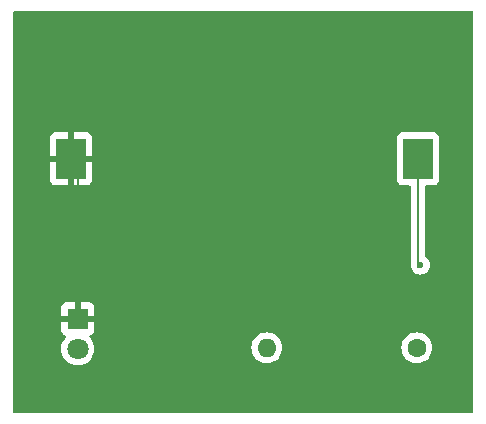
<source format=gbr>
%TF.GenerationSoftware,KiCad,Pcbnew,8.0.5*%
%TF.CreationDate,2024-10-15T13:11:44-04:00*%
%TF.ProjectId,kicad-tutorial,6b696361-642d-4747-9574-6f7269616c2e,0*%
%TF.SameCoordinates,Original*%
%TF.FileFunction,Copper,L2,Bot*%
%TF.FilePolarity,Positive*%
%FSLAX46Y46*%
G04 Gerber Fmt 4.6, Leading zero omitted, Abs format (unit mm)*
G04 Created by KiCad (PCBNEW 8.0.5) date 2024-10-15 13:11:44*
%MOMM*%
%LPD*%
G01*
G04 APERTURE LIST*
%TA.AperFunction,ComponentPad*%
%ADD10O,1.600000X1.600000*%
%TD*%
%TA.AperFunction,ComponentPad*%
%ADD11C,1.600000*%
%TD*%
%TA.AperFunction,ComponentPad*%
%ADD12C,1.800000*%
%TD*%
%TA.AperFunction,ComponentPad*%
%ADD13R,1.800000X1.800000*%
%TD*%
%TA.AperFunction,SMDPad,CuDef*%
%ADD14R,2.540000X3.510000*%
%TD*%
%TA.AperFunction,ViaPad*%
%ADD15C,0.600000*%
%TD*%
%TA.AperFunction,Conductor*%
%ADD16C,0.200000*%
%TD*%
G04 APERTURE END LIST*
D10*
%TO.P,R1,2*%
%TO.N,/led*%
X152000000Y-99000000D03*
D11*
%TO.P,R1,1*%
%TO.N,VCC*%
X164700000Y-99000000D03*
%TD*%
D12*
%TO.P,D1,2,A*%
%TO.N,/led*%
X136000000Y-99091030D03*
D13*
%TO.P,D1,1,K*%
%TO.N,GND*%
X136000000Y-96551030D03*
%TD*%
D14*
%TO.P,BT1,2,-*%
%TO.N,GND*%
X135430000Y-83000000D03*
%TO.P,BT1,1,+*%
%TO.N,VCC*%
X164790000Y-83000000D03*
%TD*%
D15*
%TO.N,VCC*%
X165000000Y-92000000D03*
%TD*%
D16*
%TO.N,VCC*%
X164790000Y-91790000D02*
X165000000Y-92000000D01*
X164790000Y-83000000D02*
X164790000Y-91790000D01*
%TO.N,GND*%
X136000000Y-96551030D02*
X136000000Y-83570000D01*
X136000000Y-83570000D02*
X135430000Y-83000000D01*
%TD*%
%TA.AperFunction,Conductor*%
%TO.N,GND*%
G36*
X169442539Y-70520185D02*
G01*
X169488294Y-70572989D01*
X169499500Y-70624500D01*
X169499500Y-104375500D01*
X169479815Y-104442539D01*
X169427011Y-104488294D01*
X169375500Y-104499500D01*
X130624500Y-104499500D01*
X130557461Y-104479815D01*
X130511706Y-104427011D01*
X130500500Y-104375500D01*
X130500500Y-99091023D01*
X134594700Y-99091023D01*
X134594700Y-99091036D01*
X134613864Y-99322327D01*
X134613866Y-99322338D01*
X134670842Y-99547330D01*
X134764075Y-99759878D01*
X134891016Y-99954177D01*
X134891019Y-99954181D01*
X134891021Y-99954183D01*
X135048216Y-100124943D01*
X135048219Y-100124945D01*
X135048222Y-100124948D01*
X135231365Y-100267494D01*
X135231371Y-100267498D01*
X135231374Y-100267500D01*
X135435497Y-100377966D01*
X135549487Y-100417098D01*
X135655015Y-100453327D01*
X135655017Y-100453327D01*
X135655019Y-100453328D01*
X135883951Y-100491530D01*
X135883952Y-100491530D01*
X136116048Y-100491530D01*
X136116049Y-100491530D01*
X136344981Y-100453328D01*
X136564503Y-100377966D01*
X136768626Y-100267500D01*
X136951784Y-100124943D01*
X137108979Y-99954183D01*
X137235924Y-99759879D01*
X137329157Y-99547330D01*
X137386134Y-99322335D01*
X137405300Y-99091030D01*
X137405300Y-99091023D01*
X137397758Y-98999998D01*
X150694532Y-98999998D01*
X150694532Y-99000001D01*
X150714364Y-99226686D01*
X150714366Y-99226697D01*
X150773258Y-99446488D01*
X150773261Y-99446497D01*
X150869431Y-99652732D01*
X150869432Y-99652734D01*
X150999954Y-99839141D01*
X151160858Y-100000045D01*
X151160861Y-100000047D01*
X151347266Y-100130568D01*
X151553504Y-100226739D01*
X151773308Y-100285635D01*
X151935230Y-100299801D01*
X151999998Y-100305468D01*
X152000000Y-100305468D01*
X152000002Y-100305468D01*
X152056673Y-100300509D01*
X152226692Y-100285635D01*
X152446496Y-100226739D01*
X152652734Y-100130568D01*
X152839139Y-100000047D01*
X153000047Y-99839139D01*
X153130568Y-99652734D01*
X153226739Y-99446496D01*
X153285635Y-99226692D01*
X153305468Y-99000000D01*
X153305468Y-98999998D01*
X163394532Y-98999998D01*
X163394532Y-99000001D01*
X163414364Y-99226686D01*
X163414366Y-99226697D01*
X163473258Y-99446488D01*
X163473261Y-99446497D01*
X163569431Y-99652732D01*
X163569432Y-99652734D01*
X163699954Y-99839141D01*
X163860858Y-100000045D01*
X163860861Y-100000047D01*
X164047266Y-100130568D01*
X164253504Y-100226739D01*
X164473308Y-100285635D01*
X164635230Y-100299801D01*
X164699998Y-100305468D01*
X164700000Y-100305468D01*
X164700002Y-100305468D01*
X164756673Y-100300509D01*
X164926692Y-100285635D01*
X165146496Y-100226739D01*
X165352734Y-100130568D01*
X165539139Y-100000047D01*
X165700047Y-99839139D01*
X165830568Y-99652734D01*
X165926739Y-99446496D01*
X165985635Y-99226692D01*
X166005468Y-99000000D01*
X165985635Y-98773308D01*
X165926739Y-98553504D01*
X165830568Y-98347266D01*
X165700047Y-98160861D01*
X165700045Y-98160858D01*
X165539141Y-97999954D01*
X165352734Y-97869432D01*
X165352732Y-97869431D01*
X165146497Y-97773261D01*
X165146488Y-97773258D01*
X164926697Y-97714366D01*
X164926693Y-97714365D01*
X164926692Y-97714365D01*
X164926691Y-97714364D01*
X164926686Y-97714364D01*
X164700002Y-97694532D01*
X164699998Y-97694532D01*
X164473313Y-97714364D01*
X164473302Y-97714366D01*
X164253511Y-97773258D01*
X164253502Y-97773261D01*
X164047267Y-97869431D01*
X164047265Y-97869432D01*
X163860858Y-97999954D01*
X163699954Y-98160858D01*
X163569432Y-98347265D01*
X163569431Y-98347267D01*
X163473261Y-98553502D01*
X163473258Y-98553511D01*
X163414366Y-98773302D01*
X163414364Y-98773313D01*
X163394532Y-98999998D01*
X153305468Y-98999998D01*
X153285635Y-98773308D01*
X153226739Y-98553504D01*
X153130568Y-98347266D01*
X153000047Y-98160861D01*
X153000045Y-98160858D01*
X152839141Y-97999954D01*
X152652734Y-97869432D01*
X152652732Y-97869431D01*
X152446497Y-97773261D01*
X152446488Y-97773258D01*
X152226697Y-97714366D01*
X152226693Y-97714365D01*
X152226692Y-97714365D01*
X152226691Y-97714364D01*
X152226686Y-97714364D01*
X152000002Y-97694532D01*
X151999998Y-97694532D01*
X151773313Y-97714364D01*
X151773302Y-97714366D01*
X151553511Y-97773258D01*
X151553502Y-97773261D01*
X151347267Y-97869431D01*
X151347265Y-97869432D01*
X151160858Y-97999954D01*
X150999954Y-98160858D01*
X150869432Y-98347265D01*
X150869431Y-98347267D01*
X150773261Y-98553502D01*
X150773258Y-98553511D01*
X150714366Y-98773302D01*
X150714364Y-98773313D01*
X150694532Y-98999998D01*
X137397758Y-98999998D01*
X137386135Y-98859732D01*
X137386133Y-98859721D01*
X137329157Y-98634729D01*
X137235924Y-98422181D01*
X137108981Y-98227879D01*
X137013832Y-98124519D01*
X136982910Y-98061865D01*
X136990770Y-97992439D01*
X137034918Y-97938283D01*
X137061730Y-97924355D01*
X137142084Y-97894385D01*
X137142093Y-97894380D01*
X137257187Y-97808220D01*
X137257190Y-97808217D01*
X137343350Y-97693123D01*
X137343354Y-97693116D01*
X137393596Y-97558409D01*
X137393598Y-97558402D01*
X137399999Y-97498874D01*
X137400000Y-97498857D01*
X137400000Y-96801030D01*
X136375278Y-96801030D01*
X136419333Y-96724724D01*
X136450000Y-96610274D01*
X136450000Y-96491786D01*
X136419333Y-96377336D01*
X136375278Y-96301030D01*
X137400000Y-96301030D01*
X137400000Y-95603202D01*
X137399999Y-95603185D01*
X137393598Y-95543657D01*
X137393596Y-95543650D01*
X137343354Y-95408943D01*
X137343350Y-95408936D01*
X137257190Y-95293842D01*
X137257187Y-95293839D01*
X137142093Y-95207679D01*
X137142086Y-95207675D01*
X137007379Y-95157433D01*
X137007372Y-95157431D01*
X136947844Y-95151030D01*
X136250000Y-95151030D01*
X136250000Y-96175752D01*
X136173694Y-96131697D01*
X136059244Y-96101030D01*
X135940756Y-96101030D01*
X135826306Y-96131697D01*
X135750000Y-96175752D01*
X135750000Y-95151030D01*
X135052155Y-95151030D01*
X134992627Y-95157431D01*
X134992620Y-95157433D01*
X134857913Y-95207675D01*
X134857906Y-95207679D01*
X134742812Y-95293839D01*
X134742809Y-95293842D01*
X134656649Y-95408936D01*
X134656645Y-95408943D01*
X134606403Y-95543650D01*
X134606401Y-95543657D01*
X134600000Y-95603185D01*
X134600000Y-96301030D01*
X135624722Y-96301030D01*
X135580667Y-96377336D01*
X135550000Y-96491786D01*
X135550000Y-96610274D01*
X135580667Y-96724724D01*
X135624722Y-96801030D01*
X134600000Y-96801030D01*
X134600000Y-97498874D01*
X134606401Y-97558402D01*
X134606403Y-97558409D01*
X134656645Y-97693116D01*
X134656649Y-97693123D01*
X134742809Y-97808217D01*
X134742812Y-97808220D01*
X134857906Y-97894380D01*
X134857913Y-97894384D01*
X134938270Y-97924355D01*
X134994204Y-97966226D01*
X135018621Y-98031690D01*
X135003770Y-98099963D01*
X134986168Y-98124519D01*
X134891021Y-98227877D01*
X134891019Y-98227878D01*
X134891016Y-98227883D01*
X134764075Y-98422181D01*
X134670842Y-98634729D01*
X134613866Y-98859721D01*
X134613864Y-98859732D01*
X134594700Y-99091023D01*
X130500500Y-99091023D01*
X130500500Y-84802844D01*
X133660000Y-84802844D01*
X133666401Y-84862372D01*
X133666403Y-84862379D01*
X133716645Y-84997086D01*
X133716649Y-84997093D01*
X133802809Y-85112187D01*
X133802812Y-85112190D01*
X133917906Y-85198350D01*
X133917913Y-85198354D01*
X134052620Y-85248596D01*
X134052627Y-85248598D01*
X134112155Y-85254999D01*
X134112172Y-85255000D01*
X135180000Y-85255000D01*
X135680000Y-85255000D01*
X136747828Y-85255000D01*
X136747844Y-85254999D01*
X136807372Y-85248598D01*
X136807379Y-85248596D01*
X136942086Y-85198354D01*
X136942093Y-85198350D01*
X137057187Y-85112190D01*
X137057190Y-85112187D01*
X137143350Y-84997093D01*
X137143354Y-84997086D01*
X137193596Y-84862379D01*
X137193598Y-84862372D01*
X137199999Y-84802844D01*
X137200000Y-84802827D01*
X137200000Y-83250000D01*
X135680000Y-83250000D01*
X135680000Y-85255000D01*
X135180000Y-85255000D01*
X135180000Y-83250000D01*
X133660000Y-83250000D01*
X133660000Y-84802844D01*
X130500500Y-84802844D01*
X130500500Y-81197155D01*
X133660000Y-81197155D01*
X133660000Y-82750000D01*
X135180000Y-82750000D01*
X135680000Y-82750000D01*
X137200000Y-82750000D01*
X137200000Y-81197172D01*
X137199999Y-81197155D01*
X137199997Y-81197135D01*
X163019500Y-81197135D01*
X163019500Y-84802870D01*
X163019501Y-84802876D01*
X163025908Y-84862483D01*
X163076202Y-84997328D01*
X163076206Y-84997335D01*
X163162452Y-85112544D01*
X163162455Y-85112547D01*
X163277664Y-85198793D01*
X163277671Y-85198797D01*
X163322618Y-85215561D01*
X163412517Y-85249091D01*
X163472127Y-85255500D01*
X164065500Y-85255499D01*
X164132539Y-85275183D01*
X164178294Y-85327987D01*
X164189500Y-85379499D01*
X164189500Y-91703330D01*
X164189499Y-91703348D01*
X164189499Y-91710943D01*
X164189499Y-91869057D01*
X164193833Y-91885234D01*
X164197288Y-91898127D01*
X164200733Y-91944100D01*
X164194436Y-91999996D01*
X164194435Y-92000004D01*
X164214630Y-92179249D01*
X164214631Y-92179254D01*
X164274211Y-92349523D01*
X164370184Y-92502262D01*
X164497738Y-92629816D01*
X164650478Y-92725789D01*
X164820745Y-92785368D01*
X164820750Y-92785369D01*
X164999996Y-92805565D01*
X165000000Y-92805565D01*
X165000004Y-92805565D01*
X165179249Y-92785369D01*
X165179252Y-92785368D01*
X165179255Y-92785368D01*
X165349522Y-92725789D01*
X165502262Y-92629816D01*
X165629816Y-92502262D01*
X165725789Y-92349522D01*
X165785368Y-92179255D01*
X165805565Y-92000000D01*
X165790811Y-91869057D01*
X165785369Y-91820750D01*
X165785368Y-91820745D01*
X165725789Y-91650478D01*
X165629816Y-91497738D01*
X165502262Y-91370184D01*
X165502259Y-91370182D01*
X165448527Y-91336419D01*
X165402236Y-91284084D01*
X165390500Y-91231426D01*
X165390500Y-85379499D01*
X165410185Y-85312460D01*
X165462989Y-85266705D01*
X165514500Y-85255499D01*
X166107871Y-85255499D01*
X166107872Y-85255499D01*
X166167483Y-85249091D01*
X166302331Y-85198796D01*
X166417546Y-85112546D01*
X166503796Y-84997331D01*
X166554091Y-84862483D01*
X166560500Y-84802873D01*
X166560499Y-81197128D01*
X166554091Y-81137517D01*
X166503884Y-81002906D01*
X166503797Y-81002671D01*
X166503793Y-81002664D01*
X166417547Y-80887455D01*
X166417544Y-80887452D01*
X166302335Y-80801206D01*
X166302328Y-80801202D01*
X166167482Y-80750908D01*
X166167483Y-80750908D01*
X166107883Y-80744501D01*
X166107881Y-80744500D01*
X166107873Y-80744500D01*
X166107864Y-80744500D01*
X163472129Y-80744500D01*
X163472123Y-80744501D01*
X163412516Y-80750908D01*
X163277671Y-80801202D01*
X163277664Y-80801206D01*
X163162455Y-80887452D01*
X163162452Y-80887455D01*
X163076206Y-81002664D01*
X163076202Y-81002671D01*
X163025908Y-81137517D01*
X163019501Y-81197116D01*
X163019501Y-81197123D01*
X163019500Y-81197135D01*
X137199997Y-81197135D01*
X137193598Y-81137627D01*
X137193596Y-81137620D01*
X137143354Y-81002913D01*
X137143350Y-81002906D01*
X137057190Y-80887812D01*
X137057187Y-80887809D01*
X136942093Y-80801649D01*
X136942086Y-80801645D01*
X136807379Y-80751403D01*
X136807372Y-80751401D01*
X136747844Y-80745000D01*
X135680000Y-80745000D01*
X135680000Y-82750000D01*
X135180000Y-82750000D01*
X135180000Y-80745000D01*
X134112155Y-80745000D01*
X134052627Y-80751401D01*
X134052620Y-80751403D01*
X133917913Y-80801645D01*
X133917906Y-80801649D01*
X133802812Y-80887809D01*
X133802809Y-80887812D01*
X133716649Y-81002906D01*
X133716645Y-81002913D01*
X133666403Y-81137620D01*
X133666401Y-81137627D01*
X133660000Y-81197155D01*
X130500500Y-81197155D01*
X130500500Y-70624500D01*
X130520185Y-70557461D01*
X130572989Y-70511706D01*
X130624500Y-70500500D01*
X169375500Y-70500500D01*
X169442539Y-70520185D01*
G37*
%TD.AperFunction*%
%TD*%
M02*

</source>
